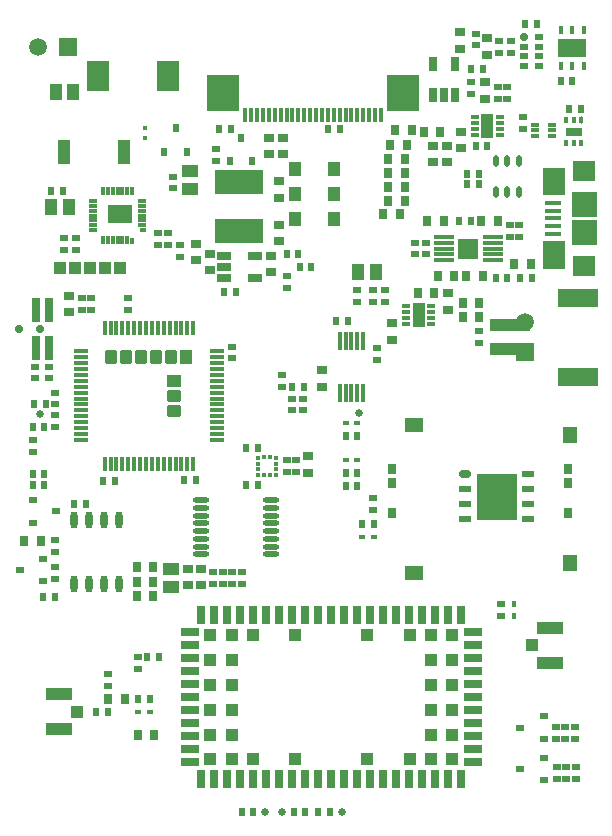
<source format=gbr>
%TF.GenerationSoftware,Altium Limited,Altium Designer,21.2.2 (38)*%
G04 Layer_Color=8388736*
%FSLAX45Y45*%
%MOMM*%
%TF.SameCoordinates,EE3A7C27-349B-46B6-A90B-2B7A9072729B*%
%TF.FilePolarity,Negative*%
%TF.FileFunction,Soldermask,Top*%
%TF.Part,Single*%
G01*
G75*
%TA.AperFunction,SMDPad,CuDef*%
%ADD11R,0.90000X0.80000*%
%ADD12R,0.80000X0.90000*%
%ADD13O,0.50000X1.00000*%
%ADD16R,1.10000X1.40000*%
%ADD17R,0.37500X0.35000*%
%ADD18R,0.35000X0.37500*%
%ADD20O,0.60000X1.45000*%
%ADD21R,0.50000X0.30000*%
%ADD24R,3.50000X1.00000*%
%ADD25R,3.40000X1.50000*%
%TA.AperFunction,ConnectorPad*%
%ADD26R,1.35000X0.40000*%
%ADD27R,1.90000X1.80000*%
%TA.AperFunction,SMDPad,CuDef*%
%ADD32R,0.40000X0.80000*%
%ADD33R,2.40000X1.50000*%
%ADD38R,1.40000X1.10000*%
%TA.AperFunction,BGAPad,CuDef*%
%ADD44R,1.10000X1.10000*%
%TA.AperFunction,SMDPad,CuDef*%
%ADD45R,0.80000X1.50000*%
%ADD46R,1.50000X0.80000*%
%ADD49R,0.30000X0.50000*%
%ADD59R,0.80000X0.90000*%
%ADD60R,2.20000X1.05000*%
%ADD61R,1.05000X1.00000*%
%ADD62O,1.40000X0.45000*%
%TA.AperFunction,ComponentPad*%
%ADD70C,0.70000*%
G04:AMPARAMS|DCode=71|XSize=1.2mm|YSize=1.1mm|CornerRadius=0.275mm|HoleSize=0mm|Usage=FLASHONLY|Rotation=0.000|XOffset=0mm|YOffset=0mm|HoleType=Round|Shape=RoundedRectangle|*
%AMROUNDEDRECTD71*
21,1,1.20000,0.55000,0,0,0.0*
21,1,0.65000,1.10000,0,0,0.0*
1,1,0.55000,0.32500,-0.27500*
1,1,0.55000,-0.32500,-0.27500*
1,1,0.55000,-0.32500,0.27500*
1,1,0.55000,0.32500,0.27500*
%
%ADD71ROUNDEDRECTD71*%
%ADD72R,1.20000X1.10000*%
G04:AMPARAMS|DCode=73|XSize=1.2mm|YSize=1.1mm|CornerRadius=0.275mm|HoleSize=0mm|Usage=FLASHONLY|Rotation=270.000|XOffset=0mm|YOffset=0mm|HoleType=Round|Shape=RoundedRectangle|*
%AMROUNDEDRECTD73*
21,1,1.20000,0.55000,0,0,270.0*
21,1,0.65000,1.10000,0,0,270.0*
1,1,0.55000,-0.27500,-0.32500*
1,1,0.55000,-0.27500,0.32500*
1,1,0.55000,0.27500,0.32500*
1,1,0.55000,0.27500,-0.32500*
%
%ADD73ROUNDEDRECTD73*%
%ADD74R,1.10000X1.20000*%
%ADD75C,1.50000*%
%ADD76R,1.50000X1.50000*%
G04:AMPARAMS|DCode=77|XSize=1.1mm|YSize=1.1mm|CornerRadius=0.275mm|HoleSize=0mm|Usage=FLASHONLY|Rotation=90.000|XOffset=0mm|YOffset=0mm|HoleType=Round|Shape=RoundedRectangle|*
%AMROUNDEDRECTD77*
21,1,1.10000,0.55000,0,0,90.0*
21,1,0.55000,1.10000,0,0,90.0*
1,1,0.55000,0.27500,0.27500*
1,1,0.55000,0.27500,-0.27500*
1,1,0.55000,-0.27500,-0.27500*
1,1,0.55000,-0.27500,0.27500*
%
%ADD77ROUNDEDRECTD77*%
%ADD78R,1.10000X1.10000*%
%ADD79R,1.50000X1.50000*%
%TA.AperFunction,ViaPad*%
%ADD80C,0.65000*%
%TA.AperFunction,SMDPad,CuDef*%
%ADD93R,0.70000X0.60000*%
%ADD96R,0.60000X0.70000*%
%ADD108R,0.40000X1.55000*%
%ADD109R,0.80000X0.40000*%
%ADD110R,1.05000X2.05000*%
G04:AMPARAMS|DCode=111|XSize=0.6mm|YSize=0.35mm|CornerRadius=0.1125mm|HoleSize=0mm|Usage=FLASHONLY|Rotation=90.000|XOffset=0mm|YOffset=0mm|HoleType=Round|Shape=RoundedRectangle|*
%AMROUNDEDRECTD111*
21,1,0.60000,0.12500,0,0,90.0*
21,1,0.37500,0.35000,0,0,90.0*
1,1,0.22500,0.06250,0.18750*
1,1,0.22500,0.06250,-0.18750*
1,1,0.22500,-0.06250,-0.18750*
1,1,0.22500,-0.06250,0.18750*
%
%ADD111ROUNDEDRECTD111*%
%ADD112R,0.35000X0.60000*%
%ADD113R,1.45000X0.75000*%
%ADD114R,0.77000X0.40000*%
G04:AMPARAMS|DCode=115|XSize=0.6mm|YSize=0.7mm|CornerRadius=0mm|HoleSize=0mm|Usage=FLASHONLY|Rotation=270.000|XOffset=0mm|YOffset=0mm|HoleType=Round|Shape=Octagon|*
%AMOCTAGOND115*
4,1,8,0.35000,0.15000,0.35000,-0.15000,0.20000,-0.30000,-0.20000,-0.30000,-0.35000,-0.15000,-0.35000,0.15000,-0.20000,0.30000,0.20000,0.30000,0.35000,0.15000,0.0*
%
%ADD115OCTAGOND115*%

%ADD116R,0.70000X1.20000*%
%ADD117R,2.80000X3.10000*%
%ADD118R,0.40000X1.30000*%
%ADD119R,4.10000X2.10000*%
%ADD120R,1.20000X0.70000*%
%ADD121R,0.65000X2.10000*%
%ADD122R,1.10000X2.10000*%
%ADD123R,1.90000X2.50000*%
%ADD124R,0.40000X1.30000*%
%ADD125R,1.30000X0.40000*%
%ADD126R,1.00000X1.30000*%
%ADD127R,0.60000X0.30000*%
%ADD128R,0.75000X0.30000*%
%ADD129R,0.30000X0.60000*%
%ADD130R,0.30000X0.75000*%
%ADD131R,2.10000X1.60000*%
%ADD132R,0.35000X0.46000*%
%ADD133R,1.70000X0.40000*%
%ADD134R,1.70000X1.70000*%
G04:AMPARAMS|DCode=135|XSize=1.06mm|YSize=0.6mm|CornerRadius=0.175mm|HoleSize=0mm|Usage=FLASHONLY|Rotation=0.000|XOffset=0mm|YOffset=0mm|HoleType=Round|Shape=RoundedRectangle|*
%AMROUNDEDRECTD135*
21,1,1.06000,0.25000,0,0,0.0*
21,1,0.71000,0.60000,0,0,0.0*
1,1,0.35000,0.35500,-0.12500*
1,1,0.35000,-0.35500,-0.12500*
1,1,0.35000,-0.35500,0.12500*
1,1,0.35000,0.35500,0.12500*
%
%ADD135ROUNDEDRECTD135*%
%ADD136R,1.06000X0.60000*%
%ADD137R,3.50000X3.90000*%
G36*
X3499000Y2341500D02*
X3339000D01*
Y2226500D01*
X3499000D01*
Y2341500D01*
D02*
G37*
G36*
Y3478500D02*
X3339000D01*
Y3593500D01*
X3499000D01*
Y3478500D01*
D02*
G37*
G36*
X4796000Y2297500D02*
X4681000D01*
Y2437500D01*
X4796000D01*
Y2297500D01*
D02*
G37*
G36*
Y3382500D02*
X4681000D01*
Y3522500D01*
X4796000D01*
Y3382500D01*
D02*
G37*
G36*
X4515000Y4860000D02*
Y5090000D01*
X4695000D01*
Y4860000D01*
X4515000D01*
D02*
G37*
G36*
X4755000Y5060000D02*
Y5270000D01*
X4965000D01*
Y5060000D01*
X4755000D01*
D02*
G37*
G36*
X4515000Y5480000D02*
Y5710000D01*
X4695000D01*
Y5480000D01*
X4515000D01*
D02*
G37*
G36*
X4755000Y5300000D02*
Y5510000D01*
X4965000D01*
Y5300000D01*
X4755000D01*
D02*
G37*
D11*
X1570000Y4930000D02*
D03*
Y5070000D02*
D03*
X3580000Y5900000D02*
D03*
Y5760000D02*
D03*
X3700000Y5900000D02*
D03*
Y5760000D02*
D03*
X2640000Y3860000D02*
D03*
Y4000000D02*
D03*
X2520000Y3130000D02*
D03*
Y3270000D02*
D03*
X3230000Y4260000D02*
D03*
Y4400000D02*
D03*
X3710000Y4650000D02*
D03*
Y4510000D02*
D03*
X3820000Y5880000D02*
D03*
Y6020000D02*
D03*
X4040000Y6810000D02*
D03*
Y6670000D02*
D03*
X3810000Y6720000D02*
D03*
Y6860000D02*
D03*
X2209999Y4970001D02*
D03*
Y4830001D02*
D03*
X1690000Y4987500D02*
D03*
Y4847500D02*
D03*
X500000Y4630000D02*
D03*
Y4490000D02*
D03*
X2190000Y5830002D02*
D03*
Y5970002D02*
D03*
X2310000Y5830002D02*
D03*
Y5970002D02*
D03*
X2280000Y5600000D02*
D03*
Y5460000D02*
D03*
Y5230000D02*
D03*
Y5090000D02*
D03*
X1620000Y2180000D02*
D03*
Y2320000D02*
D03*
X1507500Y2180000D02*
D03*
Y2320000D02*
D03*
X4020000Y6440000D02*
D03*
Y6300000D02*
D03*
D12*
X1212500Y2090000D02*
D03*
X1072500D02*
D03*
X1212500Y2330000D02*
D03*
X1072500D02*
D03*
X1212450Y2210062D02*
D03*
X1072450D02*
D03*
X4130000Y5260000D02*
D03*
X3990000D02*
D03*
X3860000Y4800000D02*
D03*
X4000000D02*
D03*
X3450000Y4650000D02*
D03*
X3590000D02*
D03*
X260000Y2550000D02*
D03*
X120000D02*
D03*
X3970000Y4450000D02*
D03*
X3830000D02*
D03*
X3970000Y4570000D02*
D03*
X3830000D02*
D03*
X4410000Y4900000D02*
D03*
X4270000D02*
D03*
X3760000Y4800000D02*
D03*
X3620000D02*
D03*
X3530000Y5260000D02*
D03*
X3670000D02*
D03*
X3500000Y6020000D02*
D03*
X3640000D02*
D03*
X3400000Y6030000D02*
D03*
X3260000D02*
D03*
X3360000Y5910000D02*
D03*
X3220000D02*
D03*
X3340000Y5790000D02*
D03*
X3200000D02*
D03*
X3340000Y5670000D02*
D03*
X3200000D02*
D03*
X3340000Y5550000D02*
D03*
X3200000D02*
D03*
X3340000Y5430000D02*
D03*
X3200000D02*
D03*
X3300000Y5320000D02*
D03*
X3160000D02*
D03*
X970000Y1220000D02*
D03*
X830000D02*
D03*
X1220000Y910000D02*
D03*
X1080000D02*
D03*
D13*
X4115000Y5505000D02*
D03*
X4210000D02*
D03*
X4305000D02*
D03*
X4115000Y5775000D02*
D03*
X4210000D02*
D03*
X4305000D02*
D03*
D16*
X2945000Y4830000D02*
D03*
X3095000D02*
D03*
X345000Y5380000D02*
D03*
X495000D02*
D03*
X385000Y6355000D02*
D03*
X535000D02*
D03*
D17*
X2100000Y3260000D02*
D03*
Y3110000D02*
D03*
X2252500D02*
D03*
Y3260000D02*
D03*
X2100000Y3160000D02*
D03*
Y3210000D02*
D03*
X2252500Y3160000D02*
D03*
Y3210000D02*
D03*
D18*
X2151250Y3261250D02*
D03*
X2201250D02*
D03*
X2151250Y3108750D02*
D03*
X2201250D02*
D03*
D20*
X539500Y2187500D02*
D03*
X666500D02*
D03*
X793500D02*
D03*
X920500D02*
D03*
X539500Y2732500D02*
D03*
X666500D02*
D03*
X793500D02*
D03*
X920500D02*
D03*
D21*
X3080000Y2590000D02*
D03*
X2980000D02*
D03*
X2940000Y3239999D02*
D03*
X2840000D02*
D03*
X2840000Y3550000D02*
D03*
X2940000D02*
D03*
X1180000Y1110000D02*
D03*
X1080000D02*
D03*
D24*
X4230000Y4380000D02*
D03*
Y4180000D02*
D03*
D25*
X4805000Y4615000D02*
D03*
Y3945000D02*
D03*
D26*
X4592500Y5285000D02*
D03*
Y5350000D02*
D03*
Y5415000D02*
D03*
Y5220000D02*
D03*
Y5155000D02*
D03*
D27*
X4860000Y4885000D02*
D03*
Y5685000D02*
D03*
D32*
Y6880000D02*
D03*
X4760000D02*
D03*
X4660000D02*
D03*
X4860000Y6580000D02*
D03*
X4760000D02*
D03*
X4660000D02*
D03*
D33*
X4760000Y6730000D02*
D03*
D38*
X1520000Y5685000D02*
D03*
Y5535000D02*
D03*
X1365000Y2317500D02*
D03*
Y2167500D02*
D03*
D44*
X1695000Y705000D02*
D03*
Y915000D02*
D03*
Y1125000D02*
D03*
Y1335000D02*
D03*
Y1545000D02*
D03*
Y1755000D02*
D03*
X1875000Y705000D02*
D03*
Y915000D02*
D03*
Y1125000D02*
D03*
Y1335000D02*
D03*
Y1545000D02*
D03*
Y1755000D02*
D03*
X2055000Y705000D02*
D03*
Y1755000D02*
D03*
X2415000Y705000D02*
D03*
Y1755000D02*
D03*
X3025000Y705000D02*
D03*
Y1755000D02*
D03*
X3385000Y705000D02*
D03*
Y1755000D02*
D03*
X3565000Y705000D02*
D03*
Y915000D02*
D03*
Y1125000D02*
D03*
Y1335000D02*
D03*
Y1545000D02*
D03*
Y1755000D02*
D03*
X3745000Y705000D02*
D03*
Y915000D02*
D03*
Y1125000D02*
D03*
Y1335000D02*
D03*
Y1545000D02*
D03*
Y1755000D02*
D03*
D45*
X1620000Y535000D02*
D03*
X1730000D02*
D03*
X1840000D02*
D03*
X1950000D02*
D03*
X2060000D02*
D03*
X2170000D02*
D03*
X2280000D02*
D03*
X2390000D02*
D03*
X2500000D02*
D03*
X2610000D02*
D03*
X2720000D02*
D03*
X2830000D02*
D03*
X2940000D02*
D03*
X3050000D02*
D03*
X3160000D02*
D03*
X3270000D02*
D03*
X3380000D02*
D03*
X3490000D02*
D03*
X3600000D02*
D03*
X3710000D02*
D03*
X3820000D02*
D03*
Y1925000D02*
D03*
X3710000D02*
D03*
X3600000D02*
D03*
X3490000D02*
D03*
X3380000D02*
D03*
X3270000D02*
D03*
X3160000D02*
D03*
X3050000D02*
D03*
X2940000D02*
D03*
X2830000D02*
D03*
X2720000D02*
D03*
X2610000D02*
D03*
X2500000D02*
D03*
X2390000D02*
D03*
X2280000D02*
D03*
X2170000D02*
D03*
X2060000D02*
D03*
X1950000D02*
D03*
X1840000D02*
D03*
X1730000D02*
D03*
X1620000D02*
D03*
D46*
X3915000Y680000D02*
D03*
Y790000D02*
D03*
Y900000D02*
D03*
Y1010000D02*
D03*
Y1120000D02*
D03*
Y1230000D02*
D03*
Y1340000D02*
D03*
Y1450000D02*
D03*
Y1560000D02*
D03*
Y1670000D02*
D03*
Y1780000D02*
D03*
X1525000Y1779999D02*
D03*
Y1669999D02*
D03*
Y1560000D02*
D03*
Y1450000D02*
D03*
Y1340000D02*
D03*
Y1230000D02*
D03*
Y1120000D02*
D03*
Y1010000D02*
D03*
Y899999D02*
D03*
Y790000D02*
D03*
Y680000D02*
D03*
D49*
X4270000Y1920000D02*
D03*
Y2020000D02*
D03*
D59*
X3233000Y2789000D02*
D03*
Y3043000D02*
D03*
Y3167000D02*
D03*
X4727000Y2789000D02*
D03*
Y3043000D02*
D03*
Y3167000D02*
D03*
D60*
X4570000Y1817500D02*
D03*
Y1522500D02*
D03*
X410000Y962500D02*
D03*
Y1257500D02*
D03*
D61*
X4417500Y1670000D02*
D03*
X562500Y1110000D02*
D03*
D62*
X1615000Y2897500D02*
D03*
Y2832500D02*
D03*
Y2767500D02*
D03*
Y2702500D02*
D03*
Y2637500D02*
D03*
Y2572500D02*
D03*
Y2507500D02*
D03*
Y2442500D02*
D03*
X2205000Y2897500D02*
D03*
Y2832500D02*
D03*
Y2767500D02*
D03*
Y2702500D02*
D03*
Y2637500D02*
D03*
Y2572500D02*
D03*
Y2507500D02*
D03*
Y2442500D02*
D03*
D70*
X252500Y4350000D02*
D03*
X72500D02*
D03*
D71*
X1390000Y3780000D02*
D03*
Y3653000D02*
D03*
D72*
Y3907000D02*
D03*
D73*
X1364000Y4110000D02*
D03*
X1110000D02*
D03*
X1237000D02*
D03*
X856000D02*
D03*
X983000D02*
D03*
D74*
X1491000D02*
D03*
D75*
X4360000Y4410000D02*
D03*
X236000Y6740000D02*
D03*
D76*
X4360000Y4156000D02*
D03*
D77*
X931000Y4865000D02*
D03*
X804000D02*
D03*
X677000D02*
D03*
X550000D02*
D03*
D78*
X423000D02*
D03*
D79*
X490000Y6740000D02*
D03*
D80*
X250000Y3630000D02*
D03*
X2810000Y260000D02*
D03*
X2300000D02*
D03*
X2160000D02*
D03*
X2950000Y3640000D02*
D03*
D93*
X330000Y4030000D02*
D03*
Y3930000D02*
D03*
X4310000Y5130000D02*
D03*
Y5230000D02*
D03*
X4230000Y5130000D02*
D03*
Y5230000D02*
D03*
X3170000Y4680000D02*
D03*
Y4580000D02*
D03*
X2940000Y4680000D02*
D03*
Y4580000D02*
D03*
X3070000Y4680000D02*
D03*
Y4580000D02*
D03*
X2340000Y3240000D02*
D03*
Y3140000D02*
D03*
X2420000Y3240000D02*
D03*
Y3140000D02*
D03*
X210000Y4030000D02*
D03*
Y3930000D02*
D03*
X380000Y3810000D02*
D03*
Y3710000D02*
D03*
X190000Y2900000D02*
D03*
Y2710000D02*
D03*
X390000Y2805000D02*
D03*
X380000Y2560000D02*
D03*
Y2460000D02*
D03*
X280000Y2215000D02*
D03*
Y2405000D02*
D03*
X80000Y2310000D02*
D03*
X380000Y2330000D02*
D03*
Y2230000D02*
D03*
X4630000Y540000D02*
D03*
Y640000D02*
D03*
X4710000Y540000D02*
D03*
Y640000D02*
D03*
X4320000Y625000D02*
D03*
X4520000Y720000D02*
D03*
Y530000D02*
D03*
Y880000D02*
D03*
Y1070000D02*
D03*
X4320000Y975000D02*
D03*
X4620000Y980000D02*
D03*
Y880000D02*
D03*
X4700001Y980000D02*
D03*
Y880000D02*
D03*
X4790000Y540000D02*
D03*
Y640000D02*
D03*
X4780000Y980000D02*
D03*
Y880000D02*
D03*
X4160000Y2020000D02*
D03*
Y1920000D02*
D03*
X3070000Y2920000D02*
D03*
Y2820000D02*
D03*
X3110000Y4190000D02*
D03*
Y4090000D02*
D03*
X3970000Y4230000D02*
D03*
Y4330000D02*
D03*
X3520000Y4980000D02*
D03*
Y5080000D02*
D03*
X3430000D02*
D03*
Y4980000D02*
D03*
X4340000Y6040000D02*
D03*
Y6140000D02*
D03*
X4210000Y6300000D02*
D03*
Y6400000D02*
D03*
X3900000Y6440000D02*
D03*
Y6340000D02*
D03*
X4350000Y6740000D02*
D03*
Y6660000D02*
D03*
Y6580000D02*
D03*
X4477600D02*
D03*
Y6660000D02*
D03*
Y6740000D02*
D03*
Y6820000D02*
D03*
X4240000Y6690000D02*
D03*
Y6790000D02*
D03*
X4140000Y6690000D02*
D03*
Y6790000D02*
D03*
X3940000Y6750000D02*
D03*
Y6850000D02*
D03*
X1380000Y5640000D02*
D03*
Y5540000D02*
D03*
X1000000Y4610000D02*
D03*
Y4510000D02*
D03*
X685000D02*
D03*
Y4610000D02*
D03*
X605000Y4510000D02*
D03*
Y4610000D02*
D03*
X560000Y5120000D02*
D03*
Y5020001D02*
D03*
X460000Y5120000D02*
D03*
Y5020001D02*
D03*
X4130000Y6300000D02*
D03*
Y6400000D02*
D03*
X1440000Y4960001D02*
D03*
Y5060001D02*
D03*
X1250000Y5160001D02*
D03*
Y5060001D02*
D03*
X1340000Y5160001D02*
D03*
Y5060001D02*
D03*
X2340000Y4800000D02*
D03*
Y4700000D02*
D03*
X2480000Y3760000D02*
D03*
Y3660000D02*
D03*
X2300000Y3860000D02*
D03*
Y3960000D02*
D03*
X2390000Y3760000D02*
D03*
Y3660000D02*
D03*
X1740000Y5770002D02*
D03*
Y5870002D02*
D03*
X830000Y1430000D02*
D03*
Y1330000D02*
D03*
X1720000Y2290000D02*
D03*
Y2190000D02*
D03*
X1960000Y2290000D02*
D03*
Y2190000D02*
D03*
X1080000Y1470000D02*
D03*
Y1570000D02*
D03*
X1800000Y2190000D02*
D03*
Y2290000D02*
D03*
X1880000D02*
D03*
Y2190000D02*
D03*
X380000Y3520000D02*
D03*
Y3620000D02*
D03*
X190000Y3410000D02*
D03*
Y3310000D02*
D03*
X1880000Y4100000D02*
D03*
Y4200000D02*
D03*
D96*
X300000Y3710000D02*
D03*
X200000D02*
D03*
X1570000Y3070000D02*
D03*
X1470000D02*
D03*
X890000Y3060000D02*
D03*
X790000D02*
D03*
X640000Y2870000D02*
D03*
X540000D02*
D03*
X190000Y3120000D02*
D03*
X290000D02*
D03*
Y3030000D02*
D03*
X190000D02*
D03*
X380000Y2080000D02*
D03*
X280000D02*
D03*
X2940000Y3019999D02*
D03*
X2840000D02*
D03*
X2840000Y3439999D02*
D03*
X2940000D02*
D03*
X4210000Y4780000D02*
D03*
X4110000D02*
D03*
X4320000D02*
D03*
X4420000D02*
D03*
X3800000Y5260000D02*
D03*
X3900000D02*
D03*
X3870000Y5580000D02*
D03*
X3970000D02*
D03*
X3870000Y5660000D02*
D03*
X3970000D02*
D03*
X4040000Y5900000D02*
D03*
X3940000D02*
D03*
X4660000Y6450000D02*
D03*
X4760000D02*
D03*
X4830000Y6210000D02*
D03*
X4730000D02*
D03*
X3900000Y6550000D02*
D03*
X4000000D02*
D03*
X4460000Y6930000D02*
D03*
X4360000D02*
D03*
X2690000Y6040000D02*
D03*
X2790000D02*
D03*
X1810000Y4660000D02*
D03*
X1910000D02*
D03*
X350000Y5520000D02*
D03*
X450000D02*
D03*
X1770000Y6040000D02*
D03*
X1870000D02*
D03*
X1955000Y5970002D02*
D03*
X2050000Y5770002D02*
D03*
X1860000D02*
D03*
X1400000Y6050000D02*
D03*
X1495000Y5850000D02*
D03*
X1305000D02*
D03*
X2450000Y4870000D02*
D03*
X2550000D02*
D03*
X2340000Y4980000D02*
D03*
X2440000D02*
D03*
X2390000Y3860000D02*
D03*
X2490000D02*
D03*
X2000000Y3030000D02*
D03*
X2100000D02*
D03*
X730000Y1110000D02*
D03*
X830000D02*
D03*
X2060000Y260000D02*
D03*
X1960000D02*
D03*
X2400000D02*
D03*
X2500000D02*
D03*
X2710000D02*
D03*
X2610000D02*
D03*
X1160000Y1570000D02*
D03*
X1260000D02*
D03*
X1180000Y1220000D02*
D03*
X1080000D02*
D03*
X2940000Y3129999D02*
D03*
X2840000D02*
D03*
X3080000Y2700000D02*
D03*
X2980000D02*
D03*
X289999Y3520000D02*
D03*
X190000D02*
D03*
X2860000Y4420000D02*
D03*
X2760000D02*
D03*
X2100000Y3340000D02*
D03*
X2000000D02*
D03*
D108*
X2790000Y4250000D02*
D03*
X2840000D02*
D03*
X2890000D02*
D03*
X2940000D02*
D03*
X2990000D02*
D03*
Y3810000D02*
D03*
X2940000D02*
D03*
X2890000D02*
D03*
X2840000D02*
D03*
X2790000D02*
D03*
D109*
X3564999Y4395000D02*
D03*
X3354999D02*
D03*
X3564999Y4545000D02*
D03*
Y4495000D02*
D03*
Y4445000D02*
D03*
X3354999Y4545000D02*
D03*
Y4445000D02*
D03*
Y4495000D02*
D03*
X3935000Y6145000D02*
D03*
X4145000D02*
D03*
X3935000Y5995000D02*
D03*
Y6045000D02*
D03*
Y6095000D02*
D03*
X4145000Y5995000D02*
D03*
Y6095000D02*
D03*
Y6045000D02*
D03*
D110*
X3459999Y4470000D02*
D03*
X4040000Y6070000D02*
D03*
D111*
X4835000Y6115000D02*
D03*
D112*
X4770000D02*
D03*
X4705000D02*
D03*
Y5925000D02*
D03*
X4770000D02*
D03*
X4835000D02*
D03*
D113*
X4770000Y6020000D02*
D03*
D114*
X4590000Y5980000D02*
D03*
Y6030000D02*
D03*
Y6080000D02*
D03*
X4440000D02*
D03*
Y6030000D02*
D03*
Y5980000D02*
D03*
D115*
X4350000Y6820000D02*
D03*
D116*
X3580000Y6330000D02*
D03*
X3675000D02*
D03*
X3770000D02*
D03*
Y6590000D02*
D03*
X3580000D02*
D03*
D117*
X1800000Y6350000D02*
D03*
X3330000D02*
D03*
D118*
X1990000Y6160000D02*
D03*
X2040000D02*
D03*
X2090000D02*
D03*
X2140000D02*
D03*
X2190000D02*
D03*
X2240000D02*
D03*
X2290000D02*
D03*
X2340000D02*
D03*
X2390000D02*
D03*
X2440000D02*
D03*
X2490000D02*
D03*
X2540000D02*
D03*
X2590000D02*
D03*
X2640000D02*
D03*
X2690000D02*
D03*
X2740000D02*
D03*
X2790000D02*
D03*
X2840000D02*
D03*
X2890000D02*
D03*
X2940000D02*
D03*
X2990000D02*
D03*
X3040000D02*
D03*
X3090000D02*
D03*
X3140000D02*
D03*
D119*
X1940000Y5180002D02*
D03*
Y5590002D02*
D03*
D120*
X2069999Y4970001D02*
D03*
Y4780001D02*
D03*
X1809999D02*
D03*
Y4875001D02*
D03*
Y4970001D02*
D03*
D121*
X330000Y4190000D02*
D03*
Y4510000D02*
D03*
X220000Y4190000D02*
D03*
Y4510000D02*
D03*
D122*
X460000Y5850000D02*
D03*
X960000D02*
D03*
D123*
X740000Y6490000D02*
D03*
X1340000D02*
D03*
D124*
X850000Y4360000D02*
D03*
X900000D02*
D03*
X950000D02*
D03*
X1000000D02*
D03*
X1050000D02*
D03*
X1100000D02*
D03*
X1150000D02*
D03*
X1200000D02*
D03*
X1250000D02*
D03*
X1300000D02*
D03*
X1350000D02*
D03*
X1400000D02*
D03*
X1450000D02*
D03*
X1500000D02*
D03*
X1550000D02*
D03*
Y3210000D02*
D03*
X1500000D02*
D03*
X1450000D02*
D03*
X1400000D02*
D03*
X1350000D02*
D03*
X1300000D02*
D03*
X1250000D02*
D03*
X1200000D02*
D03*
X1150000D02*
D03*
X1100000D02*
D03*
X1050000D02*
D03*
X1000000D02*
D03*
X950000D02*
D03*
X900000D02*
D03*
X850000D02*
D03*
X800000Y3209999D02*
D03*
Y4360000D02*
D03*
D125*
X1750000Y4160000D02*
D03*
Y4110000D02*
D03*
Y4060000D02*
D03*
Y4010000D02*
D03*
Y3960000D02*
D03*
Y3910000D02*
D03*
Y3860000D02*
D03*
Y3810000D02*
D03*
Y3760000D02*
D03*
Y3710000D02*
D03*
Y3660000D02*
D03*
Y3610000D02*
D03*
Y3560000D02*
D03*
Y3510000D02*
D03*
Y3460000D02*
D03*
Y3410000D02*
D03*
X600000Y3410000D02*
D03*
Y3510000D02*
D03*
Y3459999D02*
D03*
Y3709999D02*
D03*
Y3660000D02*
D03*
Y3610000D02*
D03*
Y3910000D02*
D03*
Y3860000D02*
D03*
Y3809999D02*
D03*
Y4110000D02*
D03*
Y4059999D02*
D03*
Y4010000D02*
D03*
Y3959999D02*
D03*
Y3760000D02*
D03*
Y3559999D02*
D03*
Y4160000D02*
D03*
D126*
X2410000Y5490002D02*
D03*
X2740000D02*
D03*
Y5700002D02*
D03*
X2410000D02*
D03*
Y5280002D02*
D03*
X2740000D02*
D03*
D127*
X1127500Y5190001D02*
D03*
D128*
X1120000Y5430001D02*
D03*
Y5390001D02*
D03*
Y5350000D02*
D03*
Y5310001D02*
D03*
Y5270001D02*
D03*
Y5230000D02*
D03*
X700000Y5190001D02*
D03*
Y5230000D02*
D03*
Y5270001D02*
D03*
Y5310001D02*
D03*
Y5350000D02*
D03*
Y5390001D02*
D03*
Y5430001D02*
D03*
D129*
X1030000Y5092501D02*
D03*
D130*
X990000Y5100000D02*
D03*
X950000D02*
D03*
X910000D02*
D03*
X870000D02*
D03*
X830000D02*
D03*
X790000D02*
D03*
Y5520001D02*
D03*
X830000D02*
D03*
X870000D02*
D03*
X1030000D02*
D03*
X990000D02*
D03*
X950000D02*
D03*
X910000D02*
D03*
D131*
X930000Y5320001D02*
D03*
D132*
X1140000Y6050000D02*
D03*
Y5970000D02*
D03*
D133*
X4090000Y4930000D02*
D03*
Y4980000D02*
D03*
Y5030000D02*
D03*
Y5080000D02*
D03*
Y5130000D02*
D03*
X3670000D02*
D03*
Y5080000D02*
D03*
Y5030000D02*
D03*
Y4980000D02*
D03*
Y4930000D02*
D03*
D134*
X3880000Y5030000D02*
D03*
D135*
X3850000Y3120000D02*
D03*
D136*
Y2739000D02*
D03*
Y2993000D02*
D03*
Y2866000D02*
D03*
X4385000Y2739000D02*
D03*
Y2866000D02*
D03*
Y2993000D02*
D03*
Y3120000D02*
D03*
D137*
X4120000Y2930000D02*
D03*
%TF.MD5,f45a567fd03648286ea33ce195820729*%
M02*

</source>
